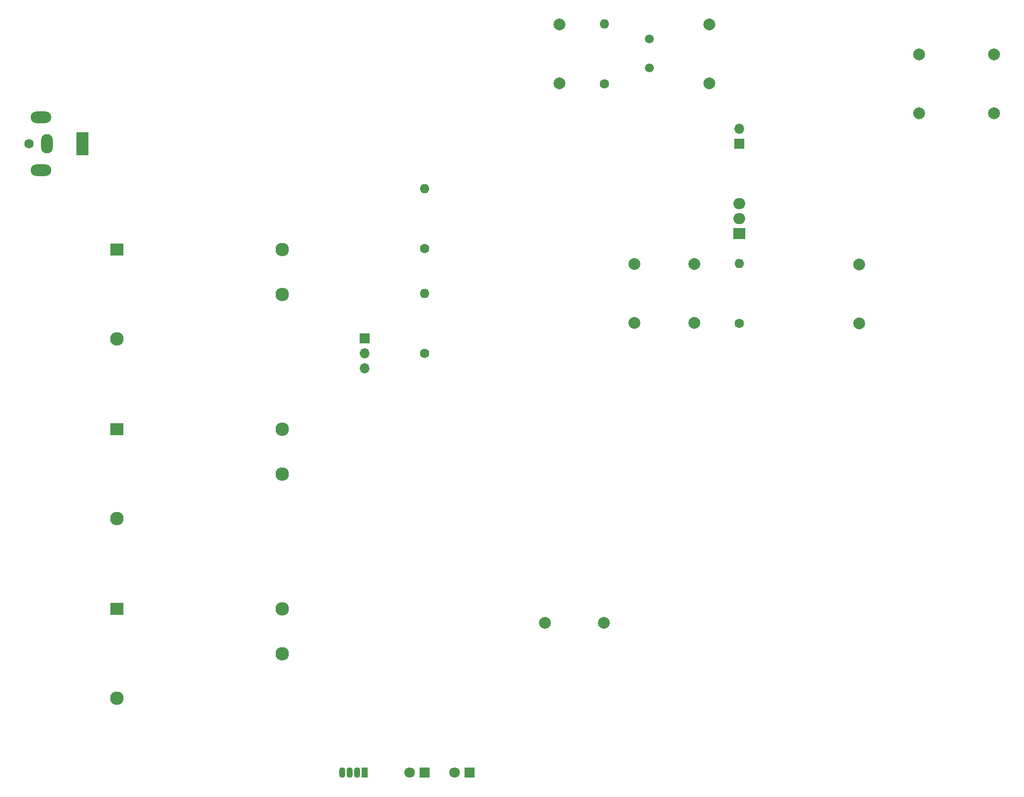
<source format=gbr>
%TF.GenerationSoftware,KiCad,Pcbnew,(6.0.7)*%
%TF.CreationDate,2022-11-30T23:51:13-03:00*%
%TF.ProjectId,ea075_project,65613037-355f-4707-926f-6a6563742e6b,rev?*%
%TF.SameCoordinates,Original*%
%TF.FileFunction,Soldermask,Bot*%
%TF.FilePolarity,Negative*%
%FSLAX46Y46*%
G04 Gerber Fmt 4.6, Leading zero omitted, Abs format (unit mm)*
G04 Created by KiCad (PCBNEW (6.0.7)) date 2022-11-30 23:51:13*
%MOMM*%
%LPD*%
G01*
G04 APERTURE LIST*
%ADD10C,2.000000*%
%ADD11O,3.500000X2.000000*%
%ADD12O,2.000000X3.300000*%
%ADD13R,2.000000X4.000000*%
%ADD14C,1.600000*%
%ADD15O,1.700000X1.700000*%
%ADD16R,1.700000X1.700000*%
%ADD17C,2.300000*%
%ADD18R,2.300000X2.000000*%
%ADD19C,1.500000*%
%ADD20R,1.800000X1.800000*%
%ADD21C,1.800000*%
%ADD22R,1.070000X1.800000*%
%ADD23O,1.070000X1.800000*%
%ADD24R,2.000000X1.905000*%
%ADD25O,2.000000X1.905000*%
%ADD26O,1.600000X1.600000*%
G04 APERTURE END LIST*
D10*
%TO.C,C_vss1*%
X172720000Y-86200000D03*
X172720000Y-76200000D03*
%TD*%
%TO.C,C_vcap1*%
X162560000Y-76200000D03*
X162560000Y-86200000D03*
%TD*%
%TO.C,c_svdd2*%
X223520000Y-40640000D03*
X223520000Y-50640000D03*
%TD*%
%TO.C,c_svdd1*%
X210820000Y-50640000D03*
X210820000Y-40640000D03*
%TD*%
%TO.C,C_osc2*%
X149860000Y-45560000D03*
X149860000Y-35560000D03*
%TD*%
%TO.C,C_osc1*%
X175260000Y-35560000D03*
X175260000Y-45560000D03*
%TD*%
%TO.C,C_avss1*%
X200660000Y-76280000D03*
X200660000Y-86280000D03*
%TD*%
%TO.C,C1*%
X157400000Y-137080000D03*
X147400000Y-137080000D03*
%TD*%
D11*
%TO.C,J-AC1*%
X62000000Y-60300000D03*
X62000000Y-51300000D03*
D12*
X63000000Y-55800000D03*
D13*
X69000000Y-55800000D03*
D14*
X60000000Y-55800000D03*
%TD*%
D15*
%TO.C,J_PUMP1*%
X180340000Y-53260000D03*
D16*
X180340000Y-55800000D03*
%TD*%
D15*
%TO.C,J_HSENS1*%
X116840000Y-93900000D03*
X116840000Y-91360000D03*
D16*
X116840000Y-88820000D03*
%TD*%
D17*
%TO.C,PS_12V1*%
X102900000Y-142277500D03*
X102900000Y-134677500D03*
X74900000Y-149877500D03*
D18*
X74900000Y-134677500D03*
%TD*%
D17*
%TO.C,PS_5V1*%
X102900000Y-111797500D03*
X102900000Y-104197500D03*
X74900000Y-119397500D03*
D18*
X74900000Y-104197500D03*
%TD*%
D17*
%TO.C,PS_3V1*%
X102900000Y-81317500D03*
X102900000Y-73717500D03*
X74900000Y-88917500D03*
D18*
X74900000Y-73717500D03*
%TD*%
D19*
%TO.C,Y1*%
X165100000Y-42920000D03*
X165100000Y-38020000D03*
%TD*%
D20*
%TO.C,D_UV1*%
X127000000Y-162480000D03*
D21*
X124460000Y-162480000D03*
%TD*%
D20*
%TO.C,D_IR1*%
X134620000Y-162480000D03*
D21*
X132080000Y-162480000D03*
%TD*%
D22*
%TO.C,D_RGB1*%
X116840000Y-162480000D03*
D23*
X115570000Y-162480000D03*
X114300000Y-162480000D03*
X113030000Y-162480000D03*
%TD*%
D24*
%TO.C,Q1*%
X180340000Y-71040000D03*
D25*
X180340000Y-68500000D03*
X180340000Y-65960000D03*
%TD*%
D14*
%TO.C,R_q1*%
X180340000Y-86280000D03*
D26*
X180340000Y-76120000D03*
%TD*%
%TO.C,R_osc1*%
X157480000Y-35480000D03*
D14*
X157480000Y-45640000D03*
%TD*%
D26*
%TO.C,R2*%
X127000000Y-63420000D03*
D14*
X127000000Y-73580000D03*
%TD*%
D26*
%TO.C,R1*%
X127000000Y-81200000D03*
D14*
X127000000Y-91360000D03*
%TD*%
M02*

</source>
